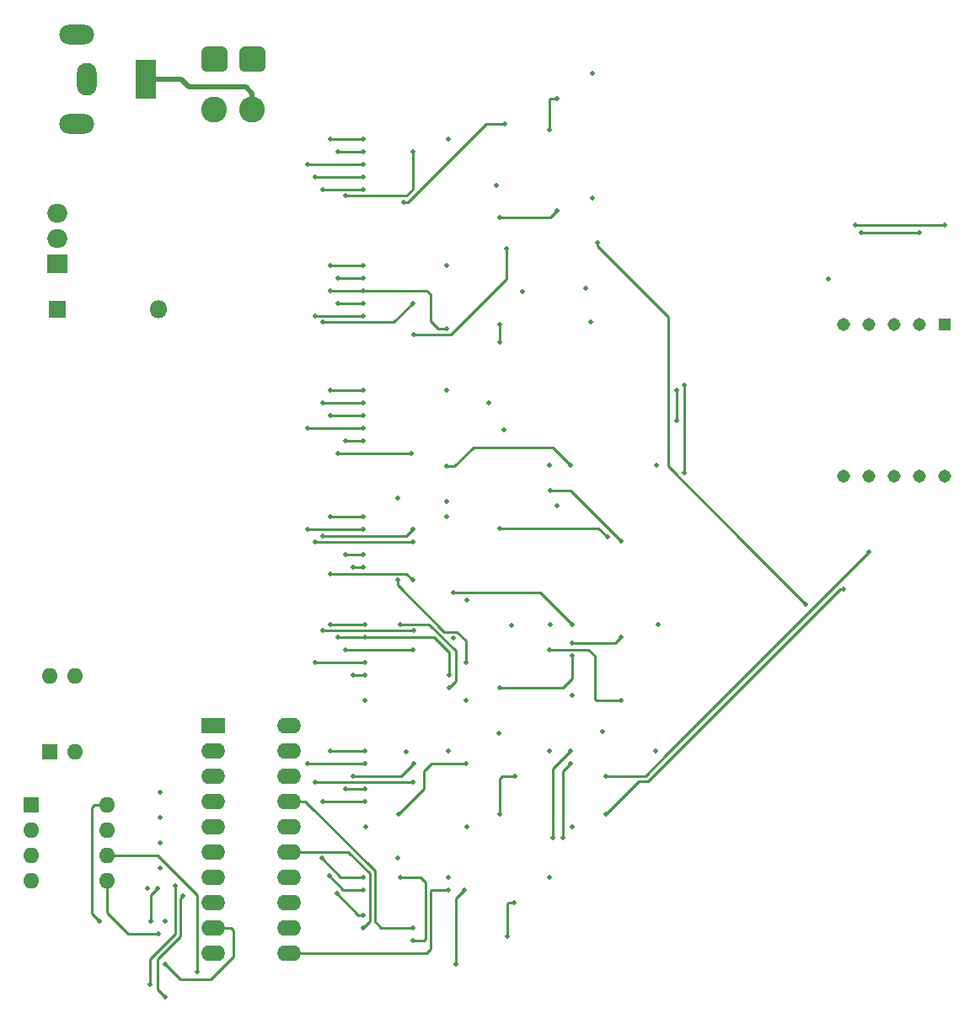
<source format=gbr>
G04 #@! TF.GenerationSoftware,KiCad,Pcbnew,(5.1.5)-3*
G04 #@! TF.CreationDate,2020-12-03T02:51:26-05:00*
G04 #@! TF.ProjectId,7447_Replica,37343437-5f52-4657-906c-6963612e6b69,rev?*
G04 #@! TF.SameCoordinates,Original*
G04 #@! TF.FileFunction,Copper,L4,Bot*
G04 #@! TF.FilePolarity,Positive*
%FSLAX46Y46*%
G04 Gerber Fmt 4.6, Leading zero omitted, Abs format (unit mm)*
G04 Created by KiCad (PCBNEW (5.1.5)-3) date 2020-12-03 02:51:26*
%MOMM*%
%LPD*%
G04 APERTURE LIST*
%ADD10C,1.308000*%
%ADD11R,1.308000X1.308000*%
%ADD12C,2.600000*%
%ADD13C,0.100000*%
%ADD14O,2.400000X1.600000*%
%ADD15R,2.400000X1.600000*%
%ADD16O,1.800000X1.800000*%
%ADD17R,1.800000X1.800000*%
%ADD18O,2.000000X1.905000*%
%ADD19R,2.000000X1.905000*%
%ADD20O,1.600000X1.600000*%
%ADD21R,1.600000X1.600000*%
%ADD22O,3.500000X2.000000*%
%ADD23O,2.000000X3.300000*%
%ADD24R,2.000000X4.000000*%
%ADD25C,0.508000*%
%ADD26C,0.254000*%
%ADD27C,0.508000*%
G04 APERTURE END LIST*
D10*
X133223000Y-71374000D03*
X130683000Y-71374000D03*
X128143000Y-71374000D03*
X125603000Y-71374000D03*
X123063000Y-71374000D03*
X123063000Y-56134000D03*
X125603000Y-56134000D03*
X128143000Y-56134000D03*
X130683000Y-56134000D03*
D11*
X133223000Y-56134000D03*
D12*
X59817000Y-34544000D03*
G04 #@! TA.AperFunction,ComponentPad*
D13*
G36*
X60530711Y-28167130D02*
G01*
X60593809Y-28176490D01*
X60655685Y-28191989D01*
X60715744Y-28213478D01*
X60773408Y-28240751D01*
X60828121Y-28273545D01*
X60879356Y-28311543D01*
X60926619Y-28354381D01*
X60969457Y-28401644D01*
X61007455Y-28452879D01*
X61040249Y-28507592D01*
X61067522Y-28565256D01*
X61089011Y-28625315D01*
X61104510Y-28687191D01*
X61113870Y-28750289D01*
X61117000Y-28814000D01*
X61117000Y-30114000D01*
X61113870Y-30177711D01*
X61104510Y-30240809D01*
X61089011Y-30302685D01*
X61067522Y-30362744D01*
X61040249Y-30420408D01*
X61007455Y-30475121D01*
X60969457Y-30526356D01*
X60926619Y-30573619D01*
X60879356Y-30616457D01*
X60828121Y-30654455D01*
X60773408Y-30687249D01*
X60715744Y-30714522D01*
X60655685Y-30736011D01*
X60593809Y-30751510D01*
X60530711Y-30760870D01*
X60467000Y-30764000D01*
X59167000Y-30764000D01*
X59103289Y-30760870D01*
X59040191Y-30751510D01*
X58978315Y-30736011D01*
X58918256Y-30714522D01*
X58860592Y-30687249D01*
X58805879Y-30654455D01*
X58754644Y-30616457D01*
X58707381Y-30573619D01*
X58664543Y-30526356D01*
X58626545Y-30475121D01*
X58593751Y-30420408D01*
X58566478Y-30362744D01*
X58544989Y-30302685D01*
X58529490Y-30240809D01*
X58520130Y-30177711D01*
X58517000Y-30114000D01*
X58517000Y-28814000D01*
X58520130Y-28750289D01*
X58529490Y-28687191D01*
X58544989Y-28625315D01*
X58566478Y-28565256D01*
X58593751Y-28507592D01*
X58626545Y-28452879D01*
X58664543Y-28401644D01*
X58707381Y-28354381D01*
X58754644Y-28311543D01*
X58805879Y-28273545D01*
X58860592Y-28240751D01*
X58918256Y-28213478D01*
X58978315Y-28191989D01*
X59040191Y-28176490D01*
X59103289Y-28167130D01*
X59167000Y-28164000D01*
X60467000Y-28164000D01*
X60530711Y-28167130D01*
G37*
G04 #@! TD.AperFunction*
D12*
X63627000Y-34544000D03*
G04 #@! TA.AperFunction,ComponentPad*
D13*
G36*
X64340711Y-28167130D02*
G01*
X64403809Y-28176490D01*
X64465685Y-28191989D01*
X64525744Y-28213478D01*
X64583408Y-28240751D01*
X64638121Y-28273545D01*
X64689356Y-28311543D01*
X64736619Y-28354381D01*
X64779457Y-28401644D01*
X64817455Y-28452879D01*
X64850249Y-28507592D01*
X64877522Y-28565256D01*
X64899011Y-28625315D01*
X64914510Y-28687191D01*
X64923870Y-28750289D01*
X64927000Y-28814000D01*
X64927000Y-30114000D01*
X64923870Y-30177711D01*
X64914510Y-30240809D01*
X64899011Y-30302685D01*
X64877522Y-30362744D01*
X64850249Y-30420408D01*
X64817455Y-30475121D01*
X64779457Y-30526356D01*
X64736619Y-30573619D01*
X64689356Y-30616457D01*
X64638121Y-30654455D01*
X64583408Y-30687249D01*
X64525744Y-30714522D01*
X64465685Y-30736011D01*
X64403809Y-30751510D01*
X64340711Y-30760870D01*
X64277000Y-30764000D01*
X62977000Y-30764000D01*
X62913289Y-30760870D01*
X62850191Y-30751510D01*
X62788315Y-30736011D01*
X62728256Y-30714522D01*
X62670592Y-30687249D01*
X62615879Y-30654455D01*
X62564644Y-30616457D01*
X62517381Y-30573619D01*
X62474543Y-30526356D01*
X62436545Y-30475121D01*
X62403751Y-30420408D01*
X62376478Y-30362744D01*
X62354989Y-30302685D01*
X62339490Y-30240809D01*
X62330130Y-30177711D01*
X62327000Y-30114000D01*
X62327000Y-28814000D01*
X62330130Y-28750289D01*
X62339490Y-28687191D01*
X62354989Y-28625315D01*
X62376478Y-28565256D01*
X62403751Y-28507592D01*
X62436545Y-28452879D01*
X62474543Y-28401644D01*
X62517381Y-28354381D01*
X62564644Y-28311543D01*
X62615879Y-28273545D01*
X62670592Y-28240751D01*
X62728256Y-28213478D01*
X62788315Y-28191989D01*
X62850191Y-28176490D01*
X62913289Y-28167130D01*
X62977000Y-28164000D01*
X64277000Y-28164000D01*
X64340711Y-28167130D01*
G37*
G04 #@! TD.AperFunction*
D14*
X67310000Y-96393000D03*
X59690000Y-119253000D03*
X67310000Y-98933000D03*
X59690000Y-116713000D03*
X67310000Y-101473000D03*
X59690000Y-114173000D03*
X67310000Y-104013000D03*
X59690000Y-111633000D03*
X67310000Y-106553000D03*
X59690000Y-109093000D03*
X67310000Y-109093000D03*
X59690000Y-106553000D03*
X67310000Y-111633000D03*
X59690000Y-104013000D03*
X67310000Y-114173000D03*
X59690000Y-101473000D03*
X67310000Y-116713000D03*
X59690000Y-98933000D03*
X67310000Y-119253000D03*
D15*
X59690000Y-96393000D03*
D16*
X54229000Y-54610000D03*
D17*
X44069000Y-54610000D03*
D18*
X44069000Y-44958000D03*
X44069000Y-47498000D03*
D19*
X44069000Y-50038000D03*
D20*
X43307000Y-91440000D03*
X45847000Y-99060000D03*
X45847000Y-91440000D03*
D21*
X43307000Y-99060000D03*
D20*
X49022000Y-104394000D03*
X41402000Y-112014000D03*
X49022000Y-106934000D03*
X41402000Y-109474000D03*
X49022000Y-109474000D03*
X41402000Y-106934000D03*
X49022000Y-112014000D03*
D21*
X41402000Y-104394000D03*
D22*
X45959000Y-35996000D03*
X45959000Y-26996000D03*
D23*
X46959000Y-31496000D03*
D24*
X52959000Y-31496000D03*
D25*
X54356000Y-105664000D03*
X54356000Y-108204000D03*
X54356000Y-110744000D03*
X54356000Y-103124000D03*
X53086000Y-112776000D03*
X95758000Y-93345000D03*
X88392000Y-97155000D03*
X85217000Y-106553000D03*
X75057000Y-106553000D03*
X78232000Y-109728000D03*
X79121000Y-99060000D03*
X78232000Y-73596500D03*
X88900000Y-66675000D03*
X94234000Y-74295000D03*
X83185000Y-73914000D03*
X90805000Y-52832000D03*
X97155000Y-52451000D03*
X85090000Y-93853000D03*
X74930000Y-93853000D03*
X95758000Y-106553000D03*
X85217000Y-83820000D03*
X89662000Y-86360000D03*
X98806000Y-97028000D03*
X54864000Y-116078000D03*
X83312000Y-111633000D03*
X93472000Y-111633000D03*
X83312000Y-98933000D03*
X93472000Y-98933000D03*
X83820000Y-87630000D03*
X83185000Y-75438000D03*
X93599000Y-86233000D03*
X104140000Y-98933000D03*
X104394000Y-86233000D03*
X121539000Y-51562000D03*
X83185000Y-62738000D03*
X93472000Y-70231000D03*
X87376000Y-64008000D03*
X104267000Y-70231000D03*
X83185000Y-50165000D03*
X97663000Y-55880000D03*
X97790000Y-43434000D03*
X97790000Y-30861000D03*
X88138000Y-42163990D03*
X83312000Y-37465000D03*
X99187000Y-101473000D03*
X125603000Y-78994000D03*
X99187000Y-105283000D03*
X123063000Y-82677000D03*
X124841000Y-46863000D03*
X130683000Y-46863000D03*
X124206000Y-46101000D03*
X133223000Y-46101000D03*
X98298000Y-47879000D03*
X119253000Y-84201000D03*
X54229000Y-117348000D03*
X58108990Y-121158000D03*
X48260000Y-116078000D03*
X83312000Y-112903000D03*
X73787000Y-101473000D03*
X79883000Y-100203000D03*
X73787000Y-91313000D03*
X74930000Y-91313000D03*
X73787000Y-80518000D03*
X74803000Y-80518000D03*
X84074000Y-120396000D03*
X84963000Y-112903000D03*
X74803000Y-115443000D03*
X72164500Y-113312500D03*
X73025000Y-102743000D03*
X74930000Y-102743000D03*
X73025000Y-88773000D03*
X79756000Y-88773000D03*
X73025000Y-79248000D03*
X74803000Y-79248000D03*
X73025000Y-67818000D03*
X74803000Y-67818000D03*
X73025000Y-43180000D03*
X79756000Y-38735000D03*
X74803000Y-116713000D03*
X70739000Y-104013000D03*
X74930000Y-104013000D03*
X70739000Y-86868000D03*
X79883000Y-86868000D03*
X70739000Y-77343000D03*
X79756000Y-76708000D03*
X70739000Y-64008000D03*
X74803000Y-64008000D03*
X70739000Y-55880000D03*
X79756000Y-53975000D03*
X70739000Y-42545000D03*
X74803000Y-42545000D03*
X79756000Y-116713000D03*
X69215000Y-100203000D03*
X74930000Y-100203000D03*
X69215000Y-76708000D03*
X74803000Y-76708000D03*
X69215000Y-66548000D03*
X74803000Y-66548000D03*
X69215000Y-40005000D03*
X74803000Y-40005000D03*
X74803000Y-111633000D03*
X78486000Y-111633000D03*
X79756000Y-117983000D03*
X70640500Y-109756500D03*
X71501000Y-98933000D03*
X74930000Y-98933000D03*
X78486000Y-86233000D03*
X83439000Y-92583000D03*
X71501000Y-86233000D03*
X74930000Y-86233000D03*
X74803000Y-75438000D03*
X71501000Y-75438000D03*
X71501000Y-81153000D03*
X79756000Y-81788000D03*
X71501000Y-62738000D03*
X74803000Y-62738000D03*
X71501000Y-65278000D03*
X74803000Y-65278000D03*
X71501000Y-50165000D03*
X74803000Y-50165000D03*
X71501000Y-52705000D03*
X74803000Y-52705000D03*
X83185000Y-56515000D03*
X71501000Y-37465000D03*
X74803000Y-37465000D03*
X74803000Y-112903000D03*
X71402500Y-111534500D03*
X72263000Y-87503000D03*
X74930000Y-87503000D03*
X83439000Y-91313000D03*
X72263000Y-69088000D03*
X79629000Y-69088000D03*
X72263000Y-51435000D03*
X74803000Y-51435000D03*
X72263000Y-53975000D03*
X74803000Y-53975000D03*
X72263000Y-38735000D03*
X74803000Y-38735000D03*
X89281000Y-117602000D03*
X89916000Y-114173000D03*
X94869000Y-107696000D03*
X95631000Y-100203000D03*
X93852996Y-107696000D03*
X95631000Y-98933000D03*
X54864000Y-120396000D03*
X54864000Y-123698000D03*
X56642000Y-113538000D03*
X53340000Y-122428000D03*
X55880000Y-112522000D03*
X53467000Y-116078000D03*
X54102000Y-112776000D03*
X106299000Y-62738000D03*
X106299000Y-65786000D03*
X107061000Y-62230000D03*
X107061000Y-70993000D03*
X78359000Y-105283000D03*
X85090000Y-100203000D03*
X69977000Y-102108000D03*
X79756000Y-102108000D03*
X69977000Y-90043000D03*
X74930000Y-90043000D03*
X69977000Y-77978000D03*
X79756000Y-77978000D03*
X69977000Y-55245000D03*
X74803000Y-55245000D03*
X69977000Y-41275000D03*
X74803000Y-41275000D03*
X88519000Y-105283000D03*
X90043000Y-101473000D03*
X88519000Y-92583000D03*
X95758000Y-89408000D03*
X95758000Y-88138000D03*
X100711000Y-87503000D03*
X93472000Y-88773000D03*
X100711000Y-93853000D03*
X78232000Y-81788000D03*
X85090000Y-90043000D03*
X95758000Y-86233000D03*
X83820000Y-83058000D03*
X83185000Y-70358000D03*
X95631000Y-70231000D03*
X88519000Y-76581000D03*
X99314000Y-77470000D03*
X93599000Y-72771000D03*
X100711000Y-77851000D03*
X79883000Y-57150000D03*
X89154000Y-48514000D03*
X78867000Y-43815000D03*
X89027000Y-35941000D03*
X88519000Y-45339000D03*
X94234000Y-44704000D03*
X88519000Y-56133998D03*
X88519000Y-57912006D03*
X93472000Y-36576000D03*
X94234000Y-33401000D03*
D26*
X105283000Y-99314000D02*
X125603000Y-78994000D01*
X99187000Y-101473000D02*
X103124000Y-101473000D01*
X103124000Y-101473000D02*
X105283000Y-99314000D01*
X122682000Y-82677000D02*
X123063000Y-82677000D01*
X103378000Y-101981000D02*
X122682000Y-82677000D01*
X99187000Y-105283000D02*
X102489000Y-101981000D01*
X102489000Y-101981000D02*
X103378000Y-101981000D01*
X124841000Y-46863000D02*
X130683000Y-46863000D01*
X124206000Y-46101000D02*
X133223000Y-46101000D01*
X98298000Y-48238210D02*
X105410000Y-55350210D01*
X98298000Y-47879000D02*
X98298000Y-48238210D01*
X105410000Y-55350210D02*
X105410000Y-70358000D01*
X105410000Y-70358000D02*
X113411000Y-78359000D01*
X113411000Y-78359000D02*
X119253000Y-84201000D01*
X54229000Y-117348000D02*
X51181000Y-117348000D01*
X49022000Y-115189000D02*
X49022000Y-112014000D01*
X51181000Y-117348000D02*
X49022000Y-115189000D01*
X58108990Y-113480990D02*
X58108990Y-121158000D01*
X49022000Y-109474000D02*
X54102000Y-109474000D01*
X54102000Y-109474000D02*
X58108990Y-113480990D01*
X58108990Y-121158000D02*
X58108990Y-121158000D01*
X49022000Y-104394000D02*
X47752000Y-104394000D01*
X47752000Y-104394000D02*
X47498000Y-104648000D01*
X47498000Y-104648000D02*
X47498000Y-115316000D01*
X47498000Y-115316000D02*
X48260000Y-116078000D01*
X81534000Y-113030000D02*
X81661000Y-112903000D01*
X81661000Y-112903000D02*
X83312000Y-112903000D01*
X81534000Y-118872000D02*
X81534000Y-113030000D01*
X81153000Y-119253000D02*
X81534000Y-118872000D01*
X67310000Y-119253000D02*
X81153000Y-119253000D01*
X73787000Y-101473000D02*
X78613000Y-101473000D01*
X78613000Y-101473000D02*
X79883000Y-100203000D01*
X73787000Y-91313000D02*
X74930000Y-91313000D01*
X73787000Y-80518000D02*
X74803000Y-80518000D01*
X84074000Y-120396000D02*
X84074000Y-120036790D01*
X84074000Y-120036790D02*
X84074000Y-113792000D01*
X84074000Y-113792000D02*
X84963000Y-112903000D01*
X74803000Y-115443000D02*
X74295000Y-115443000D01*
X74295000Y-115443000D02*
X72164500Y-113312500D01*
X73025000Y-102743000D02*
X74930000Y-102743000D01*
X73025000Y-88773000D02*
X79756000Y-88773000D01*
X73025000Y-79248000D02*
X74803000Y-79248000D01*
X73025000Y-67818000D02*
X74803000Y-67818000D01*
X73025000Y-43180000D02*
X79121000Y-43180000D01*
X79121000Y-43180000D02*
X79756000Y-42545000D01*
X79756000Y-42545000D02*
X79756000Y-38735000D01*
X73279000Y-109093000D02*
X75438000Y-111252000D01*
X75438000Y-111252000D02*
X75438000Y-116078000D01*
X75438000Y-116078000D02*
X74803000Y-116713000D01*
X73279000Y-109093000D02*
X67310000Y-109093000D01*
X70739000Y-104013000D02*
X74930000Y-104013000D01*
X74930000Y-104013000D02*
X74930000Y-104013000D01*
X70739000Y-86868000D02*
X79883000Y-86868000D01*
X70739000Y-77343000D02*
X79121000Y-77343000D01*
X79121000Y-77343000D02*
X79756000Y-76708000D01*
X70739000Y-64008000D02*
X74803000Y-64008000D01*
X70739000Y-55880000D02*
X77851000Y-55880000D01*
X77851000Y-55880000D02*
X79756000Y-53975000D01*
X70739000Y-42545000D02*
X74803000Y-42545000D01*
X76581000Y-116713000D02*
X79756000Y-116713000D01*
X75946000Y-116078000D02*
X76581000Y-116713000D01*
X75946000Y-110998000D02*
X75946000Y-116078000D01*
X67310000Y-104013000D02*
X68961000Y-104013000D01*
X68961000Y-104013000D02*
X75946000Y-110998000D01*
X69215000Y-100203000D02*
X74930000Y-100203000D01*
X69215000Y-76708000D02*
X74803000Y-76708000D01*
X69215000Y-66548000D02*
X74803000Y-66548000D01*
X69215000Y-40005000D02*
X74803000Y-40005000D01*
X80899000Y-117983000D02*
X79756000Y-117983000D01*
X81026000Y-117856000D02*
X80899000Y-117983000D01*
X81026000Y-112141000D02*
X81026000Y-117856000D01*
X78486000Y-111633000D02*
X80518000Y-111633000D01*
X80518000Y-111633000D02*
X81026000Y-112141000D01*
X74803000Y-111633000D02*
X72517000Y-111633000D01*
X72517000Y-111633000D02*
X70640500Y-109756500D01*
X71501000Y-98933000D02*
X74930000Y-98933000D01*
X78486000Y-86233000D02*
X81407000Y-86233000D01*
X81407000Y-86233000D02*
X84074000Y-88900000D01*
X84074000Y-88900000D02*
X84074000Y-91948000D01*
X84074000Y-91948000D02*
X83439000Y-92583000D01*
X71501000Y-86233000D02*
X74930000Y-86233000D01*
X74803000Y-75438000D02*
X71628000Y-75438000D01*
X71628000Y-75438000D02*
X71501000Y-75438000D01*
X71501000Y-81153000D02*
X71860210Y-81153000D01*
X71860210Y-81153000D02*
X79121000Y-81153000D01*
X79121000Y-81153000D02*
X79756000Y-81788000D01*
X71501000Y-62738000D02*
X74803000Y-62738000D01*
X71501000Y-65278000D02*
X74803000Y-65278000D01*
X71501000Y-50165000D02*
X74803000Y-50165000D01*
X71501000Y-52705000D02*
X74803000Y-52705000D01*
X74803000Y-52705000D02*
X75162210Y-52705000D01*
X75162210Y-52705000D02*
X81153000Y-52705000D01*
X81153000Y-52705000D02*
X81534000Y-53086000D01*
X81534000Y-53086000D02*
X81534000Y-55753000D01*
X81534000Y-55753000D02*
X82296000Y-56515000D01*
X82296000Y-56515000D02*
X83185000Y-56515000D01*
X71501000Y-37465000D02*
X74803000Y-37465000D01*
X74803000Y-112903000D02*
X72771000Y-112903000D01*
X72771000Y-112903000D02*
X71402500Y-111534500D01*
X72263000Y-87503000D02*
X74930000Y-87503000D01*
X83439000Y-90043000D02*
X83439000Y-91313000D01*
X74930000Y-87503000D02*
X81915000Y-87503000D01*
X83439000Y-89027000D02*
X83439000Y-90043000D01*
X81915000Y-87503000D02*
X83439000Y-89027000D01*
X72263000Y-69088000D02*
X79629000Y-69088000D01*
X72263000Y-51435000D02*
X74803000Y-51435000D01*
X72263000Y-53975000D02*
X74803000Y-53975000D01*
X72263000Y-38735000D02*
X74803000Y-38735000D01*
X89281000Y-117602000D02*
X89281000Y-114300000D01*
X89281000Y-114300000D02*
X89408000Y-114173000D01*
X89408000Y-114173000D02*
X89916000Y-114173000D01*
X94869000Y-107696000D02*
X94869000Y-104775000D01*
X94869000Y-104775000D02*
X94869000Y-100965000D01*
X94869000Y-100965000D02*
X95631000Y-100203000D01*
X93852996Y-107336790D02*
X93853000Y-107336786D01*
X93852996Y-107696000D02*
X93852996Y-107336790D01*
X93853000Y-107336786D02*
X93853000Y-100711000D01*
X93853000Y-100711000D02*
X95631000Y-98933000D01*
X56388000Y-121920000D02*
X59436000Y-121920000D01*
X61468000Y-116713000D02*
X59690000Y-116713000D01*
X54864000Y-120396000D02*
X56388000Y-121920000D01*
X61722000Y-119634000D02*
X61722000Y-116967000D01*
X61722000Y-116967000D02*
X61468000Y-116713000D01*
X59436000Y-121920000D02*
X61722000Y-119634000D01*
X54864000Y-123698000D02*
X54102000Y-122936000D01*
X54102000Y-122936000D02*
X54102000Y-119888000D01*
X54102000Y-119888000D02*
X56388000Y-117602000D01*
X56388000Y-117602000D02*
X56388000Y-113792000D01*
X56388000Y-113792000D02*
X56642000Y-113538000D01*
X53340000Y-122428000D02*
X53340000Y-119888000D01*
X53340000Y-119888000D02*
X55880000Y-117348000D01*
X55880000Y-117348000D02*
X55880000Y-112522000D01*
X53467000Y-116078000D02*
X53467000Y-113411000D01*
X53467000Y-113411000D02*
X54102000Y-112776000D01*
X106299000Y-62738000D02*
X106299000Y-65786000D01*
X107061000Y-62230000D02*
X107061000Y-70993000D01*
X78359000Y-105283000D02*
X80899000Y-102743000D01*
X80899000Y-102743000D02*
X80899000Y-100965000D01*
X80899000Y-100965000D02*
X81661000Y-100203000D01*
X81661000Y-100203000D02*
X85090000Y-100203000D01*
X69977000Y-102108000D02*
X79756000Y-102108000D01*
X69977000Y-90043000D02*
X74930000Y-90043000D01*
X69977000Y-77978000D02*
X79756000Y-77978000D01*
X69977000Y-55245000D02*
X74803000Y-55245000D01*
X69977000Y-41275000D02*
X74803000Y-41275000D01*
X88773000Y-101473000D02*
X90043000Y-101473000D01*
X88519000Y-105283000D02*
X88519000Y-101727000D01*
X88519000Y-101727000D02*
X88773000Y-101473000D01*
X95758000Y-88138000D02*
X100076000Y-88138000D01*
X100076000Y-88138000D02*
X100711000Y-87503000D01*
X95758000Y-91694000D02*
X95758000Y-89408000D01*
X88519000Y-92583000D02*
X94869000Y-92583000D01*
X94869000Y-92583000D02*
X95758000Y-91694000D01*
X93472000Y-88773000D02*
X97409000Y-88773000D01*
X97409000Y-88773000D02*
X98044000Y-89408000D01*
X98044000Y-89408000D02*
X98044000Y-93599000D01*
X98044000Y-93599000D02*
X98044000Y-93726000D01*
X98044000Y-93726000D02*
X98171000Y-93853000D01*
X98171000Y-93853000D02*
X100711000Y-93853000D01*
X78232000Y-81788000D02*
X78232000Y-82147210D01*
X78232000Y-82147210D02*
X78232000Y-82296000D01*
X78232000Y-82296000D02*
X82931000Y-86995000D01*
X82931000Y-86995000D02*
X84201000Y-86995000D01*
X84201000Y-86995000D02*
X85090000Y-87884000D01*
X85090000Y-87884000D02*
X85090000Y-90043000D01*
X84179210Y-83058000D02*
X83820000Y-83058000D01*
X95758000Y-86233000D02*
X92583000Y-83058000D01*
X92583000Y-83058000D02*
X84179210Y-83058000D01*
X83185000Y-70358000D02*
X83947000Y-70358000D01*
X83947000Y-70358000D02*
X85852000Y-68453000D01*
X85852000Y-68453000D02*
X93853000Y-68453000D01*
X93853000Y-68453000D02*
X95631000Y-70231000D01*
X88519000Y-76581000D02*
X88878210Y-76581000D01*
X88878210Y-76581000D02*
X98425000Y-76581000D01*
X98425000Y-76581000D02*
X99314000Y-77470000D01*
X93599000Y-72771000D02*
X95631000Y-72771000D01*
X95631000Y-72771000D02*
X100711000Y-77851000D01*
X79883000Y-57150000D02*
X83566000Y-57150000D01*
X83566000Y-57150000D02*
X86360000Y-54356000D01*
X86360000Y-54356000D02*
X89154000Y-51562000D01*
X89154000Y-51562000D02*
X89154000Y-48514000D01*
X78867000Y-43815000D02*
X79248000Y-43815000D01*
X79248000Y-43815000D02*
X87122000Y-35941000D01*
X87122000Y-35941000D02*
X89027000Y-35941000D01*
X88519000Y-45339000D02*
X93599000Y-45339000D01*
X93599000Y-45339000D02*
X94234000Y-44704000D01*
X88519000Y-56133998D02*
X88519000Y-57912006D01*
X93472000Y-36576000D02*
X93472000Y-33528000D01*
X93472000Y-33528000D02*
X93599000Y-33401000D01*
X93599000Y-33401000D02*
X94234000Y-33401000D01*
D27*
X62992000Y-32258000D02*
X63627000Y-32893000D01*
X57277000Y-32258000D02*
X62992000Y-32258000D01*
X63627000Y-32893000D02*
X63627000Y-34544000D01*
X52959000Y-31496000D02*
X56515000Y-31496000D01*
X56515000Y-31496000D02*
X57277000Y-32258000D01*
M02*

</source>
